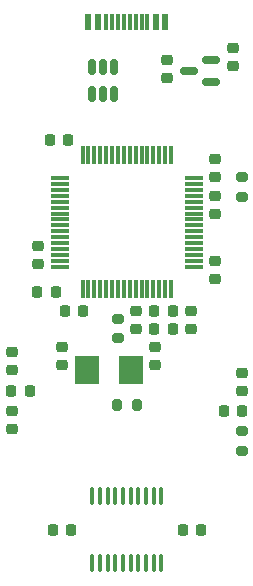
<source format=gbr>
%TF.GenerationSoftware,KiCad,Pcbnew,(6.0.9)*%
%TF.CreationDate,2022-12-02T14:17:00-08:00*%
%TF.ProjectId,controller,636f6e74-726f-46c6-9c65-722e6b696361,1*%
%TF.SameCoordinates,Original*%
%TF.FileFunction,Paste,Top*%
%TF.FilePolarity,Positive*%
%FSLAX46Y46*%
G04 Gerber Fmt 4.6, Leading zero omitted, Abs format (unit mm)*
G04 Created by KiCad (PCBNEW (6.0.9)) date 2022-12-02 14:17:00*
%MOMM*%
%LPD*%
G01*
G04 APERTURE LIST*
G04 Aperture macros list*
%AMRoundRect*
0 Rectangle with rounded corners*
0 $1 Rounding radius*
0 $2 $3 $4 $5 $6 $7 $8 $9 X,Y pos of 4 corners*
0 Add a 4 corners polygon primitive as box body*
4,1,4,$2,$3,$4,$5,$6,$7,$8,$9,$2,$3,0*
0 Add four circle primitives for the rounded corners*
1,1,$1+$1,$2,$3*
1,1,$1+$1,$4,$5*
1,1,$1+$1,$6,$7*
1,1,$1+$1,$8,$9*
0 Add four rect primitives between the rounded corners*
20,1,$1+$1,$2,$3,$4,$5,0*
20,1,$1+$1,$4,$5,$6,$7,0*
20,1,$1+$1,$6,$7,$8,$9,0*
20,1,$1+$1,$8,$9,$2,$3,0*%
G04 Aperture macros list end*
%ADD10RoundRect,0.225000X0.225000X0.250000X-0.225000X0.250000X-0.225000X-0.250000X0.225000X-0.250000X0*%
%ADD11RoundRect,0.225000X0.250000X-0.225000X0.250000X0.225000X-0.250000X0.225000X-0.250000X-0.225000X0*%
%ADD12RoundRect,0.150000X-0.150000X0.512500X-0.150000X-0.512500X0.150000X-0.512500X0.150000X0.512500X0*%
%ADD13RoundRect,0.218750X0.218750X0.256250X-0.218750X0.256250X-0.218750X-0.256250X0.218750X-0.256250X0*%
%ADD14RoundRect,0.225000X-0.225000X-0.250000X0.225000X-0.250000X0.225000X0.250000X-0.225000X0.250000X0*%
%ADD15RoundRect,0.225000X-0.250000X0.225000X-0.250000X-0.225000X0.250000X-0.225000X0.250000X0.225000X0*%
%ADD16RoundRect,0.200000X0.275000X-0.200000X0.275000X0.200000X-0.275000X0.200000X-0.275000X-0.200000X0*%
%ADD17R,0.600000X1.450000*%
%ADD18R,0.300000X1.450000*%
%ADD19RoundRect,0.200000X0.200000X0.275000X-0.200000X0.275000X-0.200000X-0.275000X0.200000X-0.275000X0*%
%ADD20RoundRect,0.150000X0.587500X0.150000X-0.587500X0.150000X-0.587500X-0.150000X0.587500X-0.150000X0*%
%ADD21RoundRect,0.200000X-0.275000X0.200000X-0.275000X-0.200000X0.275000X-0.200000X0.275000X0.200000X0*%
%ADD22RoundRect,0.075000X0.075000X-0.700000X0.075000X0.700000X-0.075000X0.700000X-0.075000X-0.700000X0*%
%ADD23RoundRect,0.075000X0.700000X-0.075000X0.700000X0.075000X-0.700000X0.075000X-0.700000X-0.075000X0*%
%ADD24RoundRect,0.100000X-0.100000X0.637500X-0.100000X-0.637500X0.100000X-0.637500X0.100000X0.637500X0*%
%ADD25R,2.000000X2.400000*%
G04 APERTURE END LIST*
D10*
%TO.C,C7*%
X120028000Y-87000000D03*
X118478000Y-87000000D03*
%TD*%
D11*
%TO.C,C8*%
X117500000Y-97525000D03*
X117500000Y-95975000D03*
%TD*%
D12*
%TO.C,U3*%
X123950000Y-80862500D03*
X123000000Y-80862500D03*
X122050000Y-80862500D03*
X122050000Y-83137500D03*
X123000000Y-83137500D03*
X123950000Y-83137500D03*
%TD*%
D13*
%TO.C,FB1*%
X128887500Y-103000000D03*
X127312500Y-103000000D03*
%TD*%
D14*
%TO.C,C18*%
X115225000Y-108250000D03*
X116775000Y-108250000D03*
%TD*%
D11*
%TO.C,C17*%
X115250000Y-106525000D03*
X115250000Y-104975000D03*
%TD*%
D15*
%TO.C,C13*%
X132500000Y-91725000D03*
X132500000Y-93275000D03*
%TD*%
D14*
%TO.C,C10*%
X127325000Y-101500000D03*
X128875000Y-101500000D03*
%TD*%
D16*
%TO.C,R4*%
X134750000Y-113325000D03*
X134750000Y-111675000D03*
%TD*%
D10*
%TO.C,C3*%
X118975000Y-99900000D03*
X117425000Y-99900000D03*
%TD*%
%TO.C,C15*%
X120275000Y-120000000D03*
X118725000Y-120000000D03*
%TD*%
D17*
%TO.C,J2*%
X128250000Y-77045000D03*
X127450000Y-77045000D03*
D18*
X126250000Y-77045000D03*
X125250000Y-77045000D03*
X124750000Y-77045000D03*
X123750000Y-77045000D03*
D17*
X122550000Y-77045000D03*
X121750000Y-77045000D03*
X121750000Y-77045000D03*
X122550000Y-77045000D03*
D18*
X123250000Y-77045000D03*
X124250000Y-77045000D03*
X125750000Y-77045000D03*
X126750000Y-77045000D03*
D17*
X127450000Y-77045000D03*
X128250000Y-77045000D03*
%TD*%
D14*
%TO.C,C16*%
X129725000Y-120000000D03*
X131275000Y-120000000D03*
%TD*%
D15*
%TO.C,C19*%
X115250000Y-109975000D03*
X115250000Y-111525000D03*
%TD*%
D19*
%TO.C,R2*%
X125825000Y-109500000D03*
X124175000Y-109500000D03*
%TD*%
D20*
%TO.C,U1*%
X132137500Y-82150000D03*
X132137500Y-80250000D03*
X130262500Y-81200000D03*
%TD*%
D21*
%TO.C,R3*%
X134750000Y-90175000D03*
X134750000Y-91825000D03*
%TD*%
D22*
%TO.C,U2*%
X121250000Y-99675000D03*
X121750000Y-99675000D03*
X122250000Y-99675000D03*
X122750000Y-99675000D03*
X123250000Y-99675000D03*
X123750000Y-99675000D03*
X124250000Y-99675000D03*
X124750000Y-99675000D03*
X125250000Y-99675000D03*
X125750000Y-99675000D03*
X126250000Y-99675000D03*
X126750000Y-99675000D03*
X127250000Y-99675000D03*
X127750000Y-99675000D03*
X128250000Y-99675000D03*
X128750000Y-99675000D03*
D23*
X130675000Y-97750000D03*
X130675000Y-97250000D03*
X130675000Y-96750000D03*
X130675000Y-96250000D03*
X130675000Y-95750000D03*
X130675000Y-95250000D03*
X130675000Y-94750000D03*
X130675000Y-94250000D03*
X130675000Y-93750000D03*
X130675000Y-93250000D03*
X130675000Y-92750000D03*
X130675000Y-92250000D03*
X130675000Y-91750000D03*
X130675000Y-91250000D03*
X130675000Y-90750000D03*
X130675000Y-90250000D03*
D22*
X128750000Y-88325000D03*
X128250000Y-88325000D03*
X127750000Y-88325000D03*
X127250000Y-88325000D03*
X126750000Y-88325000D03*
X126250000Y-88325000D03*
X125750000Y-88325000D03*
X125250000Y-88325000D03*
X124750000Y-88325000D03*
X124250000Y-88325000D03*
X123750000Y-88325000D03*
X123250000Y-88325000D03*
X122750000Y-88325000D03*
X122250000Y-88325000D03*
X121750000Y-88325000D03*
X121250000Y-88325000D03*
D23*
X119325000Y-90250000D03*
X119325000Y-90750000D03*
X119325000Y-91250000D03*
X119325000Y-91750000D03*
X119325000Y-92250000D03*
X119325000Y-92750000D03*
X119325000Y-93250000D03*
X119325000Y-93750000D03*
X119325000Y-94250000D03*
X119325000Y-94750000D03*
X119325000Y-95250000D03*
X119325000Y-95750000D03*
X119325000Y-96250000D03*
X119325000Y-96750000D03*
X119325000Y-97250000D03*
X119325000Y-97750000D03*
%TD*%
D11*
%TO.C,C12*%
X127400000Y-106075000D03*
X127400000Y-104525000D03*
%TD*%
D15*
%TO.C,C5*%
X132500000Y-97225000D03*
X132500000Y-98775000D03*
%TD*%
%TO.C,C14*%
X125800000Y-101475000D03*
X125800000Y-103025000D03*
%TD*%
D10*
%TO.C,C21*%
X134775000Y-110000000D03*
X133225000Y-110000000D03*
%TD*%
D15*
%TO.C,C2*%
X134000000Y-79225000D03*
X134000000Y-80775000D03*
%TD*%
D24*
%TO.C,U4*%
X127925000Y-117137500D03*
X127275000Y-117137500D03*
X126625000Y-117137500D03*
X125975000Y-117137500D03*
X125325000Y-117137500D03*
X124675000Y-117137500D03*
X124025000Y-117137500D03*
X123375000Y-117137500D03*
X122725000Y-117137500D03*
X122075000Y-117137500D03*
X122075000Y-122862500D03*
X122725000Y-122862500D03*
X123375000Y-122862500D03*
X124025000Y-122862500D03*
X124675000Y-122862500D03*
X125325000Y-122862500D03*
X125975000Y-122862500D03*
X126625000Y-122862500D03*
X127275000Y-122862500D03*
X127925000Y-122862500D03*
%TD*%
D15*
%TO.C,C1*%
X128400000Y-80225000D03*
X128400000Y-81775000D03*
%TD*%
D11*
%TO.C,C11*%
X119500000Y-106075000D03*
X119500000Y-104525000D03*
%TD*%
D21*
%TO.C,R1*%
X124250000Y-102175000D03*
X124250000Y-103825000D03*
%TD*%
D11*
%TO.C,C6*%
X132500000Y-90175000D03*
X132500000Y-88625000D03*
%TD*%
%TO.C,C20*%
X134750000Y-108275000D03*
X134750000Y-106725000D03*
%TD*%
D10*
%TO.C,C4*%
X121275000Y-101500000D03*
X119725000Y-101500000D03*
%TD*%
D25*
%TO.C,Y1*%
X121650000Y-106500000D03*
X125350000Y-106500000D03*
%TD*%
D11*
%TO.C,C9*%
X130400000Y-103025000D03*
X130400000Y-101475000D03*
%TD*%
M02*

</source>
